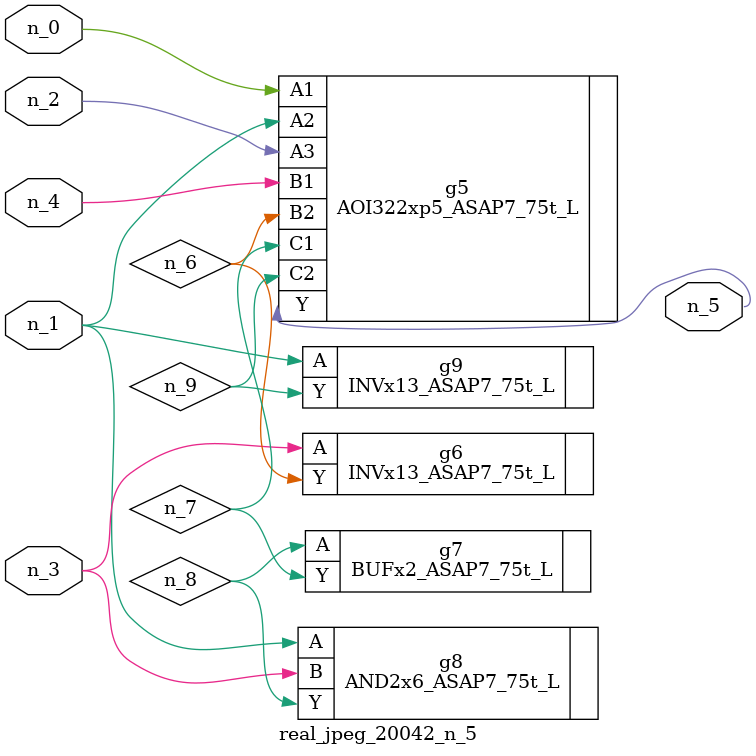
<source format=v>
module real_jpeg_20042_n_5 (n_4, n_0, n_1, n_2, n_3, n_5);

input n_4;
input n_0;
input n_1;
input n_2;
input n_3;

output n_5;

wire n_8;
wire n_6;
wire n_7;
wire n_9;

AOI322xp5_ASAP7_75t_L g5 ( 
.A1(n_0),
.A2(n_1),
.A3(n_2),
.B1(n_4),
.B2(n_6),
.C1(n_7),
.C2(n_9),
.Y(n_5)
);

AND2x6_ASAP7_75t_L g8 ( 
.A(n_1),
.B(n_3),
.Y(n_8)
);

INVx13_ASAP7_75t_L g9 ( 
.A(n_1),
.Y(n_9)
);

INVx13_ASAP7_75t_L g6 ( 
.A(n_3),
.Y(n_6)
);

BUFx2_ASAP7_75t_L g7 ( 
.A(n_8),
.Y(n_7)
);


endmodule
</source>
